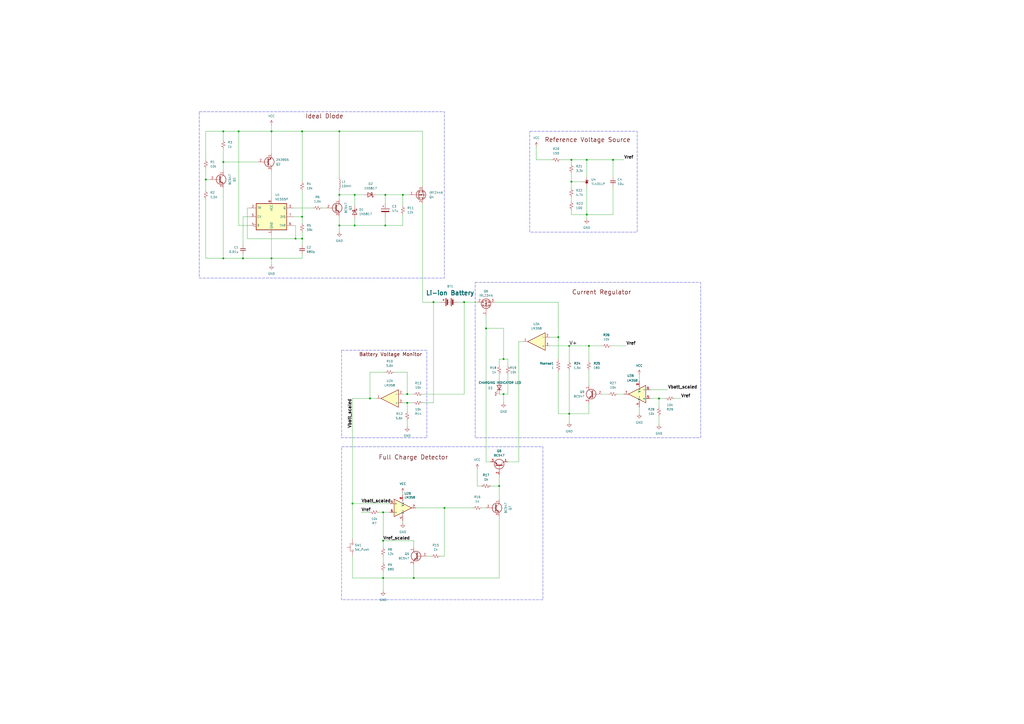
<source format=kicad_sch>
(kicad_sch (version 20250114) (generator "eeschema") (generator_version "9.0")
  (paper "A2")
  (lib_symbols
    (symbol "Amplifier_Operational:LM358" (pin_names (offset 0.127))
      (property "Reference" "U" (at 0 5.08 0))
      (property "Value" "LM358" (at 0 -5.08 0))
      (symbol "LM358_1_1"
        (polyline (pts (xy -5.08 5.08) (xy 5.08 0) (xy -5.08 -5.08) (xy -5.08 5.08)) (stroke (width 0.254)) (fill (type background)))
        (pin input line (at -7.62 2.54 0) (length 2.54) (name "+") (number "3"))
        (pin input line (at -7.62 -2.54 0) (length 2.54) (name "-") (number "2"))
        (pin output line (at 7.62 0 180) (length 2.54) (name "~") (number "1"))
      )
      (symbol "LM358_2_1"
        (polyline (pts (xy -5.08 5.08) (xy 5.08 0) (xy -5.08 -5.08) (xy -5.08 5.08)) (stroke (width 0.254)) (fill (type background)))
        (pin input line (at -7.62 2.54 0) (length 2.54) (name "+") (number "5"))
        (pin input line (at -7.62 -2.54 0) (length 2.54) (name "-") (number "6"))
        (pin output line (at 7.62 0 180) (length 2.54) (name "~") (number "7"))
      )
      (symbol "LM358_3_1"
        (pin power_in line (at -2.54 7.62 270) (length 3.81) (name "V+") (number "8"))
        (pin power_in line (at -2.54 -7.62 90) (length 3.81) (name "V-") (number "4"))
      )
    )
    (symbol "Device:Battery" (pin_numbers (hide yes)) (pin_names (offset 0) (hide yes))
      (property "Reference" "BT" (at 2.54 2.54 0))
      (property "Value" "Battery" (at 2.54 0 0))
      (symbol "Battery_0_1"
        (rectangle (start -2.286 1.778) (end 2.286 1.524) (fill (type outline)))
        (rectangle (start -2.286 -1.27) (end 2.286 -1.524) (fill (type outline)))
        (rectangle (start -1.524 1.016) (end 1.524 0.508) (fill (type outline)))
        (rectangle (start -1.524 -2.032) (end 1.524 -2.54) (fill (type outline)))
        (polyline (pts (xy 0 1.778) (xy 0 2.54)))
        (polyline (pts (xy 0 0) (xy 0 0.254)))
        (polyline (pts (xy 0 -0.508) (xy 0 -0.254)))
        (polyline (pts (xy 0 -1.016) (xy 0 -0.762)))
        (polyline (pts (xy 0.762 3.048) (xy 1.778 3.048)) (stroke (width 0.254)))
        (polyline (pts (xy 1.27 3.556) (xy 1.27 2.54)) (stroke (width 0.254)))
      )
      (symbol "Battery_1_1"
        (pin passive line (at 0 5.08 270) (length 2.54) (name "+") (number "1"))
        (pin passive line (at 0 -5.08 90) (length 2.54) (name "-") (number "2"))
      )
    )
    (symbol "Device:C_Polarized" (pin_numbers (hide yes)) (pin_names (offset 0.254))
      (property "Reference" "C" (at 0.635 2.54 0))
      (property "Value" "C_Polarized" (at 0.635 -2.54 0))
      (symbol "C_Polarized_0_1"
        (rectangle (start -2.286 0.508) (end 2.286 1.016))
        (polyline (pts (xy -1.778 2.286) (xy -0.762 2.286)))
        (polyline (pts (xy -1.27 2.794) (xy -1.27 1.778)))
        (rectangle (start 2.286 -0.508) (end -2.286 -1.016) (fill (type outline)))
      )
      (symbol "C_Polarized_1_1"
        (pin passive line (at 0 3.81 270) (length 2.794) (name "~") (number "1"))
        (pin passive line (at 0 -3.81 90) (length 2.794) (name "~") (number "2"))
      )
    )
    (symbol "Device:C_Small" (pin_numbers (hide yes)) (pin_names (offset 0.254) (hide yes))
      (property "Reference" "C" (at 0.254 1.778 0))
      (property "Value" "C_Small" (at 0.254 -2.032 0))
      (symbol "C_Small_0_1"
        (polyline (pts (xy -1.524 0.508) (xy 1.524 0.508)) (stroke (width 0.3048)))
        (polyline (pts (xy -1.524 -0.508) (xy 1.524 -0.508)) (stroke (width 0.3302)))
      )
      (symbol "C_Small_1_1"
        (pin passive line (at 0 2.54 270) (length 2.032) (name "~") (number "1"))
        (pin passive line (at 0 -2.54 90) (length 2.032) (name "~") (number "2"))
      )
    )
    (symbol "Device:L" (pin_numbers (hide yes)) (pin_names (offset 1.016) (hide yes))
      (property "Reference" "L" (at -1.27 0 90))
      (property "Value" "L" (at 1.905 0 90))
      (symbol "L_0_1"
        (arc (start 0 2.54) (mid 0.6323 1.905) (end 0 1.27))
        (arc (start 0 1.27) (mid 0.6323 0.635) (end 0 0))
        (arc (start 0 0) (mid 0.6323 -0.635) (end 0 -1.27))
        (arc (start 0 -1.27) (mid 0.6323 -1.905) (end 0 -2.54))
      )
      (symbol "L_1_1"
        (pin passive line (at 0 3.81 270) (length 1.27) (name "1") (number "1"))
        (pin passive line (at 0 -3.81 90) (length 1.27) (name "2") (number "2"))
      )
    )
    (symbol "Device:LED" (pin_numbers (hide yes)) (pin_names (offset 1.016) (hide yes))
      (property "Reference" "D" (at 0 2.54 0))
      (property "Value" "LED" (at 0 -2.54 0))
      (symbol "LED_0_1"
        (polyline (pts (xy -3.048 -0.762) (xy -4.572 -2.286) (xy -3.81 -2.286) (xy -4.572 -2.286) (xy -4.572 -1.524)))
        (polyline (pts (xy -1.778 -0.762) (xy -3.302 -2.286) (xy -2.54 -2.286) (xy -3.302 -2.286) (xy -3.302 -1.524)))
        (polyline (pts (xy -1.27 0) (xy 1.27 0)))
        (polyline (pts (xy -1.27 -1.27) (xy -1.27 1.27)) (stroke (width 0.254)))
        (polyline (pts (xy 1.27 -1.27) (xy 1.27 1.27) (xy -1.27 0) (xy 1.27 -1.27)) (stroke (width 0.254)))
      )
      (symbol "LED_1_1"
        (pin passive line (at -3.81 0 0) (length 2.54) (name "K") (number "1"))
        (pin passive line (at 3.81 0 180) (length 2.54) (name "A") (number "2"))
      )
    )
    (symbol "Device:R_Small_US" (pin_numbers (hide yes)) (pin_names (offset 0.254) (hide yes))
      (property "Reference" "R" (at 0.762 0.508 0))
      (property "Value" "R_Small_US" (at 0.762 -1.016 0))
      (symbol "R_Small_US_1_1"
        (polyline (pts (xy 0 1.524) (xy 1.016 1.143) (xy 0 0.762) (xy -1.016 0.381) (xy 0 0)))
        (polyline (pts (xy 0 0) (xy 1.016 -0.381) (xy 0 -0.762) (xy -1.016 -1.143) (xy 0 -1.524)))
        (pin passive line (at 0 2.54 270) (length 1.016) (name "~") (number "1"))
        (pin passive line (at 0 -2.54 90) (length 1.016) (name "~") (number "2"))
      )
    )
    (symbol "Device:R_US" (pin_numbers (hide yes)) (pin_names (offset 0))
      (property "Reference" "R" (at 2.54 0 90))
      (property "Value" "R_US" (at -2.54 0 90))
      (symbol "R_US_0_1"
        (polyline (pts (xy 0 2.286) (xy 0 2.54)))
        (polyline (pts (xy 0 2.286) (xy 1.016 1.905) (xy 0 1.524) (xy -1.016 1.143) (xy 0 0.762)))
        (polyline (pts (xy 0 0.762) (xy 1.016 0.381) (xy 0 0) (xy -1.016 -0.381) (xy 0 -0.762)))
        (polyline (pts (xy 0 -0.762) (xy 1.016 -1.143) (xy 0 -1.524) (xy -1.016 -1.905) (xy 0 -2.286)))
        (polyline (pts (xy 0 -2.286) (xy 0 -2.54)))
      )
      (symbol "R_US_1_1"
        (pin passive line (at 0 3.81 270) (length 1.27) (name "~") (number "1"))
        (pin passive line (at 0 -3.81 90) (length 1.27) (name "~") (number "2"))
      )
    )
    (symbol "Diode:1N5817" (pin_numbers (hide yes)) (pin_names (offset 1.016) (hide yes))
      (property "Reference" "D" (at 0 2.54 0))
      (property "Value" "1N5817" (at 0 -2.54 0))
      (symbol "1N5817_0_1"
        (polyline (pts (xy -1.905 0.635) (xy -1.905 1.27) (xy -1.27 1.27) (xy -1.27 -1.27) (xy -0.635 -1.27) (xy -0.635 -0.635)) (stroke (width 0.254)))
        (polyline (pts (xy 1.27 1.27) (xy 1.27 -1.27) (xy -1.27 0) (xy 1.27 1.27)) (stroke (width 0.254)))
        (polyline (pts (xy 1.27 0) (xy -1.27 0)))
      )
      (symbol "1N5817_1_1"
        (pin passive line (at -3.81 0 0) (length 2.54) (name "K") (number "1"))
        (pin passive line (at 3.81 0 180) (length 2.54) (name "A") (number "2"))
      )
    )
    (symbol "Reference_Voltage:TL431LP" (pin_numbers (hide yes)) (pin_names (hide yes))
      (property "Reference" "U" (at -2.54 2.54 0))
      (property "Value" "TL431LP" (at 0 -2.54 0))
      (symbol "TL431LP_0_1"
        (polyline (pts (xy -1.27 0) (xy 0 0) (xy 1.27 0)))
        (polyline (pts (xy -0.762 -0.762) (xy -0.762 0.762) (xy 0.762 0) (xy -0.762 -0.762)) (fill (type outline)))
        (polyline (pts (xy 0.254 -0.762) (xy 0.762 -0.762) (xy 0.762 0.762) (xy 0.762 0.762)) (stroke (width 0.254)))
      )
      (symbol "TL431LP_1_1"
        (pin passive line (at -2.54 0 0) (length 2.54) (name "A") (number "2"))
        (pin passive line (at 0 2.54 270) (length 2.54) (name "REF") (number "1"))
        (pin passive line (at 2.54 0 180) (length 2.54) (name "K") (number "3"))
      )
    )
    (symbol "Switch:SW_Push" (pin_numbers (hide yes)) (pin_names (offset 1.016) (hide yes))
      (property "Reference" "SW" (at 1.27 2.54 0))
      (property "Value" "SW_Push" (at 0 -1.524 0))
      (symbol "SW_Push_0_1"
        (circle (center -2.032 0) (radius 0.508))
        (polyline (pts (xy 0 1.27) (xy 0 3.048)))
        (circle (center 2.032 0) (radius 0.508))
        (polyline (pts (xy 2.54 1.27) (xy -2.54 1.27)))
        (pin passive line (at -5.08 0 0) (length 2.54) (name "1") (number "1"))
        (pin passive line (at 5.08 0 180) (length 2.54) (name "2") (number "2"))
      )
    )
    (symbol "Timer:NE555P"
      (property "Reference" "U" (at -10.16 8.89 0))
      (property "Value" "NE555P" (at 2.54 8.89 0))
      (symbol "NE555P_0_0"
        (pin power_in line (at 0 10.16 270) (length 2.54) (name "VCC") (number "8"))
        (pin power_in line (at 0 -10.16 90) (length 2.54) (name "GND") (number "1"))
      )
      (symbol "NE555P_0_1"
        (rectangle (start -8.89 -7.62) (end 8.89 7.62) (stroke (width 0.254)) (fill (type background)))
        (rectangle (start -8.89 -7.62) (end 8.89 7.62) (stroke (width 0.254)) (fill (type background)))
      )
      (symbol "NE555P_1_1"
        (pin input line (at -12.7 5.08 0) (length 3.81) (name "TR") (number "2"))
        (pin input line (at -12.7 0 0) (length 3.81) (name "CV") (number "5"))
        (pin input inverted (at -12.7 -5.08 0) (length 3.81) (name "R") (number "4"))
        (pin output line (at 12.7 5.08 180) (length 3.81) (name "Q") (number "3"))
        (pin input line (at 12.7 0 180) (length 3.81) (name "DIS") (number "7"))
        (pin input line (at 12.7 -5.08 180) (length 3.81) (name "THR") (number "6"))
      )
    )
    (symbol "Transistor_BJT:2N3905" (pin_names (offset 0) (hide yes))
      (property "Reference" "Q" (at 5.08 1.905 0))
      (property "Value" "2N3905" (at 5.08 0 0))
      (symbol "2N3905_0_1"
        (polyline (pts (xy -2.54 0) (xy 0.635 0)))
        (polyline (pts (xy 0.635 1.905) (xy 0.635 -1.905)) (stroke (width 0.508)))
        (polyline (pts (xy 0.635 0.635) (xy 2.54 2.54)))
        (polyline (pts (xy 0.635 -0.635) (xy 2.54 -2.54)))
        (circle (center 1.27 0) (radius 2.8194) (stroke (width 0.254)))
        (polyline (pts (xy 2.286 -1.778) (xy 1.778 -2.286) (xy 1.27 -1.27) (xy 2.286 -1.778)) (fill (type outline)))
      )
      (symbol "2N3905_1_1"
        (pin input line (at -5.08 0 0) (length 2.54) (name "B") (number "2"))
        (pin passive line (at 2.54 5.08 270) (length 2.54) (name "C") (number "3"))
        (pin passive line (at 2.54 -5.08 90) (length 2.54) (name "E") (number "1"))
      )
    )
    (symbol "Transistor_BJT:BC547" (pin_names (offset 0) (hide yes))
      (property "Reference" "Q" (at 5.08 1.905 0))
      (property "Value" "BC547" (at 5.08 0 0))
      (symbol "BC547_0_1"
        (polyline (pts (xy -2.54 0) (xy 0.635 0)))
        (polyline (pts (xy 0.635 1.905) (xy 0.635 -1.905)) (stroke (width 0.508)))
        (circle (center 1.27 0) (radius 2.8194) (stroke (width 0.254)))
      )
      (symbol "BC547_1_1"
        (polyline (pts (xy 0.635 0.635) (xy 2.54 2.54)))
        (polyline (pts (xy 0.635 -0.635) (xy 2.54 -2.54)))
        (polyline (pts (xy 1.27 -1.778) (xy 1.778 -1.27) (xy 2.286 -2.286) (xy 1.27 -1.778)) (fill (type outline)))
        (pin input line (at -5.08 0 0) (length 2.54) (name "B") (number "2"))
        (pin passive line (at 2.54 5.08 270) (length 2.54) (name "C") (number "1"))
        (pin passive line (at 2.54 -5.08 90) (length 2.54) (name "E") (number "3"))
      )
    )
    (symbol "Transistor_FET:IRF540N" (pin_names (hide yes))
      (property "Reference" "Q" (at 5.08 1.905 0))
      (property "Value" "IRF540N" (at 5.08 0 0))
      (symbol "IRF540N_0_1"
        (polyline (pts (xy 0.254 1.905) (xy 0.254 -1.905)) (stroke (width 0.254)))
        (polyline (pts (xy 0.254 0) (xy -2.54 0)))
        (polyline (pts (xy 0.762 2.286) (xy 0.762 1.27)) (stroke (width 0.254)))
        (polyline (pts (xy 0.762 0.508) (xy 0.762 -0.508)) (stroke (width 0.254)))
        (polyline (pts (xy 0.762 -1.27) (xy 0.762 -2.286)) (stroke (width 0.254)))
        (polyline (pts (xy 0.762 -1.778) (xy 3.302 -1.778) (xy 3.302 1.778) (xy 0.762 1.778)))
        (polyline (pts (xy 1.016 0) (xy 2.032 0.381) (xy 2.032 -0.381) (xy 1.016 0)) (fill (type outline)))
        (circle (center 1.651 0) (radius 2.794) (stroke (width 0.254)))
        (polyline (pts (xy 2.54 2.54) (xy 2.54 1.778)))
        (circle (center 2.54 1.778) (radius 0.254) (fill (type outline)))
        (circle (center 2.54 -1.778) (radius 0.254) (fill (type outline)))
        (polyline (pts (xy 2.54 -2.54) (xy 2.54 0) (xy 0.762 0)))
        (polyline (pts (xy 2.794 0.508) (xy 2.921 0.381) (xy 3.683 0.381) (xy 3.81 0.254)))
        (polyline (pts (xy 3.302 0.381) (xy 2.921 -0.254) (xy 3.683 -0.254) (xy 3.302 0.381)))
      )
      (symbol "IRF540N_1_1"
        (pin input line (at -5.08 0 0) (length 2.54) (name "G") (number "1"))
        (pin passive line (at 2.54 5.08 270) (length 2.54) (name "D") (number "2"))
        (pin passive line (at 2.54 -5.08 90) (length 2.54) (name "S") (number "3"))
      )
    )
    (symbol "Transistor_FET:IRLZ34N" (pin_names (hide yes))
      (property "Reference" "Q" (at 5.08 1.905 0))
      (property "Value" "IRLZ34N" (at 5.08 0 0))
      (symbol "IRLZ34N_0_1"
        (polyline (pts (xy 0.254 1.905) (xy 0.254 -1.905)) (stroke (width 0.254)))
        (polyline (pts (xy 0.254 0) (xy -2.54 0)))
        (polyline (pts (xy 0.762 2.286) (xy 0.762 1.27)) (stroke (width 0.254)))
        (polyline (pts (xy 0.762 0.508) (xy 0.762 -0.508)) (stroke (width 0.254)))
        (polyline (pts (xy 0.762 -1.27) (xy 0.762 -2.286)) (stroke (width 0.254)))
        (polyline (pts (xy 0.762 -1.778) (xy 3.302 -1.778) (xy 3.302 1.778) (xy 0.762 1.778)))
        (polyline (pts (xy 1.016 0) (xy 2.032 0.381) (xy 2.032 -0.381) (xy 1.016 0)) (fill (type outline)))
        (circle (center 1.651 0) (radius 2.794) (stroke (width 0.254)))
        (polyline (pts (xy 2.54 2.54) (xy 2.54 1.778)))
        (circle (center 2.54 1.778) (radius 0.254) (fill (type outline)))
        (circle (center 2.54 -1.778) (radius 0.254) (fill (type outline)))
        (polyline (pts (xy 2.54 -2.54) (xy 2.54 0) (xy 0.762 0)))
        (polyline (pts (xy 2.794 0.508) (xy 2.921 0.381) (xy 3.683 0.381) (xy 3.81 0.254)))
        (polyline (pts (xy 3.302 0.381) (xy 2.921 -0.254) (xy 3.683 -0.254) (xy 3.302 0.381)))
      )
      (symbol "IRLZ34N_1_1"
        (pin input line (at -5.08 0 0) (length 2.54) (name "G") (number "1"))
        (pin passive line (at 2.54 5.08 270) (length 2.54) (name "D") (number "2"))
        (pin passive line (at 2.54 -5.08 90) (length 2.54) (name "S") (number "3"))
      )
    )
    (symbol "power:GND" (power) (pin_numbers (hide yes)) (pin_names (offset 0) (hide yes))
      (property "Value" "GND" (at 0 -3.81 0))
      (symbol "GND_0_1"
        (polyline (pts (xy 0 0) (xy 0 -1.27) (xy 1.27 -1.27) (xy 0 -2.54) (xy -1.27 -1.27) (xy 0 -1.27)))
      )
      (symbol "GND_1_1"
        (pin power_in line (at 0 0 270) (length 0) (name "~") (number "1"))
      )
    )
    (symbol "power:VCC" (power) (pin_numbers (hide yes)) (pin_names (offset 0) (hide yes))
      (property "Value" "VCC" (at 0 3.556 0))
      (symbol "VCC_0_1"
        (polyline (pts (xy -0.762 1.27) (xy 0 2.54)))
        (polyline (pts (xy 0 2.54) (xy 0.762 1.27)))
        (polyline (pts (xy 0 0) (xy 0 2.54)))
      )
      (symbol "VCC_1_1"
        (pin power_in line (at 0 0 90) (length 0) (name "~") (number "1"))
      )
    )
  )
  (rectangle (start 198.12 259.08) (end 314.96 347.98) (stroke (width 0) (type dash)))
  (rectangle (start 115.57 64.77) (end 257.81 161.29) (stroke (width 0) (type dash)))
  (rectangle (start 307.34 76.2) (end 369.57 134.62) (stroke (width 0) (type dash)))
  (rectangle (start 198.12 203.2) (end 247.65 254) (stroke (width 0) (type dash)))
  (rectangle (start 275.59 163.83) (end 406.4 254) (stroke (width 0) (type dash)))
  (text "Ideal Diode" (at 188.214 67.564 0) (effects (font (size 2.54 2.54) (thickness 0.254) (bold yes))))
  (text "Reference Voltage Source" (at 340.868 81.28 0) (effects (font (size 2.54 2.54) (thickness 0.254) (bold yes))))
  (text "Battery Voltage Monitor" (at 226.568 205.74 0) (effects (font (size 2.032 2.032) (thickness 0.254) (bold yes))))
  (text "Full Charge Detector" (at 239.776 265.43 0) (effects (font (size 2.54 2.54) (thickness 0.254) (bold yes))))
  (text "Current Regulator" (at 348.996 169.672 0) (effects (font (size 2.54 2.54) (thickness 0.254) (bold yes))))
  (junction (at 233.68 113.03))
  (junction (at 382.27 231.14))
  (junction (at 138.43 76.2))
  (junction (at 340.36 124.46))
  (junction (at 171.45 138.43))
  (junction (at 157.48 76.2))
  (junction (at 129.54 149.86))
  (junction (at 205.74 130.81))
  (junction (at 157.48 149.86))
  (junction (at 175.26 138.43))
  (junction (at 204.47 292.1))
  (junction (at 331.47 92.71))
  (junction (at 289.56 281.94))
  (junction (at 269.24 175.26))
  (junction (at 196.85 130.81))
  (junction (at 240.03 335.28))
  (junction (at 196.85 76.2))
  (junction (at 330.2 240.03))
  (junction (at 222.25 313.69))
  (junction (at 257.81 294.64))
  (junction (at 223.52 130.81))
  (junction (at 222.25 335.28))
  (junction (at 292.1 228.6))
  (junction (at 341.63 200.66))
  (junction (at 175.26 125.73))
  (junction (at 236.22 228.6))
  (junction (at 251.46 175.26))
  (junction (at 214.63 231.14))
  (junction (at 223.52 113.03))
  (junction (at 340.36 92.71))
  (junction (at 222.25 297.18))
  (junction (at 281.94 190.5))
  (junction (at 205.74 113.03))
  (junction (at 129.54 93.98))
  (junction (at 236.22 233.68))
  (junction (at 140.97 149.86))
  (junction (at 292.1 208.28))
  (junction (at 196.85 113.03))
  (junction (at 129.54 76.2))
  (junction (at 323.85 195.58))
  (junction (at 331.47 105.41))
  (junction (at 330.2 200.66))
  (junction (at 175.26 76.2))
  (junction (at 355.6 92.71))
  (junction (at 119.38 104.14))
  (wire (pts (xy 341.63 214.63) (xy 341.63 223.52)))
  (wire (pts (xy 292.1 228.6) (xy 294.64 228.6)))
  (wire (pts (xy 289.56 281.94) (xy 289.56 289.56)))
  (wire (pts (xy 265.43 175.26) (xy 269.24 175.26)))
  (wire (pts (xy 222.25 297.18) (xy 219.71 297.18)))
  (wire (pts (xy 323.85 195.58) (xy 323.85 208.28)))
  (wire (pts (xy 245.11 107.95) (xy 245.11 76.2)))
  (wire (pts (xy 240.03 335.28) (xy 222.25 335.28)))
  (wire (pts (xy 331.47 105.41) (xy 337.82 105.41)))
  (wire (pts (xy 222.25 313.69) (xy 222.25 297.18)))
  (wire (pts (xy 240.03 317.5) (xy 240.03 313.69)))
  (wire (pts (xy 292.1 208.28) (xy 294.64 208.28)))
  (wire (pts (xy 186.69 120.65) (xy 189.23 120.65)))
  (wire (pts (xy 157.48 76.2) (xy 175.26 76.2)))
  (wire (pts (xy 340.36 124.46) (xy 355.6 124.46)))
  (wire (pts (xy 330.2 240.03) (xy 330.2 245.11)))
  (wire (pts (xy 281.94 190.5) (xy 292.1 190.5)))
  (wire (pts (xy 251.46 233.68) (xy 245.11 233.68)))
  (wire (pts (xy 331.47 105.41) (xy 331.47 109.22)))
  (wire (pts (xy 377.19 226.06) (xy 387.35 226.06)))
  (wire (pts (xy 175.26 76.2) (xy 196.85 76.2)))
  (wire (pts (xy 205.74 113.03) (xy 205.74 119.38)))
  (wire (pts (xy 341.63 200.66) (xy 341.63 209.55)))
  (wire (pts (xy 370.84 217.17) (xy 370.84 220.98)))
  (wire (pts (xy 340.36 107.95) (xy 340.36 124.46)))
  (wire (pts (xy 222.25 342.9) (xy 222.25 335.28)))
  (wire (pts (xy 281.94 267.97) (xy 284.48 267.97)))
  (wire (pts (xy 233.68 124.46) (xy 233.68 130.81)))
  (wire (pts (xy 175.26 105.41) (xy 175.26 76.2)))
  (wire (pts (xy 236.22 228.6) (xy 240.03 228.6)))
  (wire (pts (xy 245.11 76.2) (xy 196.85 76.2)))
  (wire (pts (xy 300.99 267.97) (xy 294.64 267.97)))
  (wire (pts (xy 257.81 294.64) (xy 257.81 322.58)))
  (wire (pts (xy 358.14 228.6) (xy 361.95 228.6)))
  (wire (pts (xy 340.36 92.71) (xy 340.36 102.87)))
  (wire (pts (xy 129.54 149.86) (xy 140.97 149.86)))
  (wire (pts (xy 129.54 93.98) (xy 129.54 99.06)))
  (wire (pts (xy 330.2 200.66) (xy 330.2 209.55)))
  (wire (pts (xy 175.26 125.73) (xy 170.18 125.73)))
  (wire (pts (xy 170.18 120.65) (xy 181.61 120.65)))
  (wire (pts (xy 205.74 113.03) (xy 210.82 113.03)))
  (wire (pts (xy 171.45 138.43) (xy 175.26 138.43)))
  (wire (pts (xy 233.68 302.26) (xy 233.68 303.53)))
  (wire (pts (xy 157.48 149.86) (xy 157.48 153.67)))
  (wire (pts (xy 240.03 313.69) (xy 222.25 313.69)))
  (wire (pts (xy 214.63 231.14) (xy 214.63 215.9)))
  (wire (pts (xy 204.47 322.58) (xy 204.47 335.28)))
  (wire (pts (xy 205.74 130.81) (xy 196.85 130.81)))
  (wire (pts (xy 245.11 175.26) (xy 251.46 175.26)))
  (wire (pts (xy 222.25 297.18) (xy 226.06 297.18)))
  (wire (pts (xy 175.26 147.32) (xy 175.26 149.86)))
  (wire (pts (xy 323.85 175.26) (xy 323.85 195.58)))
  (wire (pts (xy 289.56 212.09) (xy 289.56 208.28)))
  (wire (pts (xy 382.27 231.14) (xy 377.19 231.14)))
  (wire (pts (xy 223.52 113.03) (xy 223.52 118.11)))
  (wire (pts (xy 171.45 130.81) (xy 170.18 130.81)))
  (wire (pts (xy 214.63 215.9) (xy 223.52 215.9)))
  (wire (pts (xy 129.54 93.98) (xy 129.54 86.36)))
  (wire (pts (xy 382.27 236.22) (xy 382.27 231.14)))
  (wire (pts (xy 311.15 92.71) (xy 320.04 92.71)))
  (wire (pts (xy 255.27 322.58) (xy 257.81 322.58)))
  (wire (pts (xy 289.56 208.28) (xy 292.1 208.28)))
  (wire (pts (xy 257.81 294.64) (xy 274.32 294.64)))
  (wire (pts (xy 205.74 127) (xy 205.74 130.81)))
  (wire (pts (xy 129.54 81.28) (xy 129.54 76.2)))
  (wire (pts (xy 204.47 292.1) (xy 204.47 312.42)))
  (wire (pts (xy 331.47 92.71) (xy 340.36 92.71)))
  (wire (pts (xy 289.56 281.94) (xy 284.48 281.94)))
  (wire (pts (xy 240.03 233.68) (xy 236.22 233.68)))
  (wire (pts (xy 281.94 182.88) (xy 281.94 190.5)))
  (wire (pts (xy 251.46 175.26) (xy 251.46 233.68)))
  (wire (pts (xy 300.99 198.12) (xy 303.53 198.12)))
  (wire (pts (xy 294.64 208.28) (xy 294.64 212.09)))
  (wire (pts (xy 223.52 125.73) (xy 223.52 130.81)))
  (wire (pts (xy 331.47 124.46) (xy 340.36 124.46)))
  (wire (pts (xy 175.26 110.49) (xy 175.26 125.73)))
  (wire (pts (xy 241.3 294.64) (xy 257.81 294.64)))
  (wire (pts (xy 236.22 233.68) (xy 233.68 233.68)))
  (wire (pts (xy 331.47 92.71) (xy 331.47 95.25)))
  (wire (pts (xy 119.38 115.57) (xy 119.38 149.86)))
  (wire (pts (xy 223.52 130.81) (xy 205.74 130.81)))
  (wire (pts (xy 119.38 104.14) (xy 119.38 110.49)))
  (wire (pts (xy 251.46 175.26) (xy 255.27 175.26)))
  (wire (pts (xy 292.1 208.28) (xy 292.1 190.5)))
  (wire (pts (xy 143.51 120.65) (xy 143.51 138.43)))
  (wire (pts (xy 171.45 138.43) (xy 171.45 130.81)))
  (wire (pts (xy 318.77 200.66) (xy 330.2 200.66)))
  (wire (pts (xy 289.56 275.59) (xy 289.56 281.94)))
  (wire (pts (xy 175.26 138.43) (xy 175.26 142.24)))
  (wire (pts (xy 157.48 76.2) (xy 157.48 88.9)))
  (wire (pts (xy 355.6 107.95) (xy 355.6 124.46)))
  (wire (pts (xy 370.84 236.22) (xy 370.84 240.03)))
  (wire (pts (xy 233.68 130.81) (xy 223.52 130.81)))
  (wire (pts (xy 341.63 233.68) (xy 341.63 240.03)))
  (wire (pts (xy 292.1 228.6) (xy 292.1 233.68)))
  (wire (pts (xy 119.38 97.79) (xy 119.38 104.14)))
  (wire (pts (xy 222.25 317.5) (xy 222.25 313.69)))
  (wire (pts (xy 138.43 130.81) (xy 138.43 76.2)))
  (wire (pts (xy 281.94 190.5) (xy 281.94 267.97)))
  (wire (pts (xy 340.36 92.71) (xy 355.6 92.71)))
  (wire (pts (xy 331.47 121.92) (xy 331.47 124.46)))
  (wire (pts (xy 240.03 327.66) (xy 240.03 335.28)))
  (wire (pts (xy 119.38 92.71) (xy 119.38 76.2)))
  (wire (pts (xy 233.68 113.03) (xy 233.68 119.38)))
  (wire (pts (xy 175.26 125.73) (xy 175.26 129.54)))
  (wire (pts (xy 196.85 76.2) (xy 196.85 102.87)))
  (wire (pts (xy 391.16 231.14) (xy 394.97 231.14)))
  (wire (pts (xy 223.52 113.03) (xy 233.68 113.03)))
  (wire (pts (xy 228.6 215.9) (xy 236.22 215.9)))
  (wire (pts (xy 233.68 285.75) (xy 233.68 287.02)))
  (wire (pts (xy 289.56 220.98) (xy 289.56 217.17)))
  (wire (pts (xy 355.6 92.71) (xy 361.95 92.71)))
  (wire (pts (xy 269.24 175.26) (xy 276.86 175.26)))
  (wire (pts (xy 138.43 130.81) (xy 144.78 130.81)))
  (wire (pts (xy 354.33 200.66) (xy 363.22 200.66)))
  (wire (pts (xy 289.56 299.72) (xy 289.56 335.28)))
  (wire (pts (xy 129.54 76.2) (xy 138.43 76.2)))
  (wire (pts (xy 331.47 100.33) (xy 331.47 105.41)))
  (wire (pts (xy 330.2 214.63) (xy 330.2 240.03)))
  (wire (pts (xy 341.63 200.66) (xy 349.25 200.66)))
  (wire (pts (xy 140.97 125.73) (xy 144.78 125.73)))
  (wire (pts (xy 287.02 175.26) (xy 323.85 175.26)))
  (wire (pts (xy 204.47 335.28) (xy 222.25 335.28)))
  (wire (pts (xy 129.54 109.22) (xy 129.54 149.86)))
  (wire (pts (xy 209.55 297.18) (xy 214.63 297.18)))
  (wire (pts (xy 247.65 322.58) (xy 250.19 322.58)))
  (wire (pts (xy 157.48 72.39) (xy 157.48 76.2)))
  (wire (pts (xy 218.44 113.03) (xy 223.52 113.03)))
  (wire (pts (xy 236.22 233.68) (xy 236.22 238.76)))
  (wire (pts (xy 236.22 215.9) (xy 236.22 228.6)))
  (wire (pts (xy 157.48 149.86) (xy 175.26 149.86)))
  (wire (pts (xy 289.56 228.6) (xy 292.1 228.6)))
  (wire (pts (xy 276.86 271.78) (xy 276.86 281.94)))
  (wire (pts (xy 143.51 138.43) (xy 171.45 138.43)))
  (wire (pts (xy 175.26 134.62) (xy 175.26 138.43)))
  (wire (pts (xy 196.85 110.49) (xy 196.85 113.03)))
  (wire (pts (xy 331.47 114.3) (xy 331.47 116.84)))
  (wire (pts (xy 140.97 125.73) (xy 140.97 142.24)))
  (wire (pts (xy 196.85 125.73) (xy 196.85 130.81)))
  (wire (pts (xy 157.48 99.06) (xy 157.48 115.57)))
  (wire (pts (xy 382.27 241.3) (xy 382.27 246.38)))
  (wire (pts (xy 138.43 76.2) (xy 157.48 76.2)))
  (wire (pts (xy 330.2 240.03) (xy 341.63 240.03)))
  (wire (pts (xy 196.85 113.03) (xy 196.85 115.57)))
  (wire (pts (xy 196.85 113.03) (xy 205.74 113.03)))
  (wire (pts (xy 140.97 149.86) (xy 157.48 149.86)))
  (wire (pts (xy 157.48 135.89) (xy 157.48 149.86)))
  (wire (pts (xy 340.36 124.46) (xy 340.36 127)))
  (wire (pts (xy 236.22 228.6) (xy 233.68 228.6)))
  (wire (pts (xy 245.11 118.11) (xy 245.11 175.26)))
  (wire (pts (xy 294.64 217.17) (xy 294.64 228.6)))
  (wire (pts (xy 330.2 200.66) (xy 341.63 200.66)))
  (wire (pts (xy 300.99 267.97) (xy 300.99 198.12)))
  (wire (pts (xy 276.86 281.94) (xy 279.4 281.94)))
  (wire (pts (xy 279.4 294.64) (xy 281.94 294.64)))
  (wire (pts (xy 355.6 92.71) (xy 355.6 102.87)))
  (wire (pts (xy 236.22 247.65) (xy 236.22 243.84)))
  (wire (pts (xy 318.77 195.58) (xy 323.85 195.58)))
  (wire (pts (xy 311.15 85.09) (xy 311.15 92.71)))
  (wire (pts (xy 218.44 231.14) (xy 214.63 231.14)))
  (wire (pts (xy 144.78 120.65) (xy 143.51 120.65)))
  (wire (pts (xy 233.68 113.03) (xy 237.49 113.03)))
  (wire (pts (xy 269.24 228.6) (xy 269.24 175.26)))
  (wire (pts (xy 204.47 292.1) (xy 204.47 231.14)))
  (wire (pts (xy 349.25 228.6) (xy 353.06 228.6)))
  (wire (pts (xy 222.25 335.28) (xy 222.25 331.47)))
  (wire (pts (xy 119.38 76.2) (xy 129.54 76.2)))
  (wire (pts (xy 119.38 149.86) (xy 129.54 149.86)))
  (wire (pts (xy 245.11 228.6) (xy 269.24 228.6)))
  (wire (pts (xy 323.85 215.9) (xy 323.85 240.03)))
  (wire (pts (xy 323.85 240.03) (xy 330.2 240.03)))
  (wire (pts (xy 289.56 335.28) (xy 240.03 335.28)))
  (wire (pts (xy 222.25 326.39) (xy 222.25 322.58)))
  (wire (pts (xy 325.12 92.71) (xy 331.47 92.71)))
  (wire (pts (xy 129.54 93.98) (xy 149.86 93.98)))
  (wire (pts (xy 226.06 292.1) (xy 204.47 292.1)))
  (wire (pts (xy 382.27 231.14) (xy 386.08 231.14)))
  (wire (pts (xy 204.47 231.14) (xy 214.63 231.14)))
  (wire (pts (xy 140.97 147.32) (xy 140.97 149.86)))
  (wire (pts (xy 121.92 104.14) (xy 119.38 104.14)))
  (wire (pts (xy 196.85 130.81) (xy 196.85 134.62)))
  (label "Vbatt_scaled" (at 387.35 226.06 0) (effects (font (size 1.778 1.778) (thickness 0.3556) (bold yes))))
  (label "Vref" (at 394.97 231.14 0) (effects (font (size 1.778 1.778) (thickness 0.3556) (bold yes))))
  (label "Vref" (at 363.22 200.66 0) (effects (font (size 1.778 1.778) (thickness 0.3556) (bold yes))))
  (label "V+" (at 330.2 200.66 0) (effects (font (size 2.032 2.032) (thickness 0.254) (bold yes))))
  (label "Vref" (at 361.95 92.71 0) (effects (font (size 1.778 1.778) (thickness 0.3556) (bold yes))))
  (label "Vbatt_scaled" (at 209.55 292.1 0) (effects (font (size 1.778 1.778) (thickness 0.3556) (bold yes))))
  (label "Vbatt_scaled" (at 204.47 231.14 270) (effects (font (size 1.778 1.778) (thickness 0.3556) (bold yes))))
  (label "Vref" (at 209.55 297.18 0) (effects (font (size 1.778 1.778) (thickness 0.3556) (bold yes))))
  (label "Vref_scaled" (at 222.25 313.69 0) (effects (font (size 1.778 1.778) (thickness 0.3556) (bold yes))))
  (symbol (lib_id "Device:R_Small_US") (at 222.25 328.93 180) (unit 1)
    (property "Reference" "R9" (at 224.79 327.6599 0) (effects (justify right)))
    (property "Value" "680" (at 224.79 330.1999 0) (effects (justify right)))
    (property "Description" "Resistor, small US symbol" (effects (hide yes)))
  )
  (symbol (lib_id "power:GND") (at 196.85 134.62 0) (unit 1)
    (property "Reference" "#PWR03" (effects (hide yes)))
    (property "Value" "GND" (at 196.85 139.7 0))
    (property "Description" "Power symbol creates a global label with name \"GND\" , ground" (effects (hide yes)))
  )
  (symbol (lib_id "power:GND") (at 236.22 247.65 0) (unit 1)
    (property "Reference" "#PWR07" (effects (hide yes)))
    (property "Value" "GND" (at 236.22 252.73 0))
    (property "Description" "Power symbol creates a global label with name \"GND\" , ground" (effects (hide yes)))
  )
  (symbol (lib_id "Transistor_FET:IRF540N") (at 242.57 113.03 0) (mirror x) (unit 1)
    (property "Reference" "Q4" (at 248.92 114.3001 0) (effects (justify left)))
    (property "Value" "IRFZ44N" (at 248.92 111.7601 0) (effects (justify left)))
    (property "Footprint" "Package_TO_SOT_THT:TO-220-3_Vertical" (effects (hide yes)))
    (property "Datasheet" "http://www.irf.com/product-info/datasheets/data/irf540n.pdf" (effects (hide yes)))
    (property "Description" "33A Id, 100V Vds, HEXFET N-Channel MOSFET, TO-220" (effects (hide yes)))
  )
  (symbol (lib_id "power:GND") (at 222.25 342.9 0) (unit 1)
    (property "Reference" "#PWR04" (effects (hide yes)))
    (property "Value" "GND" (at 222.25 347.98 0))
    (property "Description" "Power symbol creates a global label with name \"GND\" , ground" (effects (hide yes)))
  )
  (symbol (lib_id "Device:R_Small_US") (at 175.26 132.08 0) (unit 1)
    (property "Reference" "R5" (at 177.8 130.8099 0) (effects (justify left)))
    (property "Value" "39k" (at 177.8 133.3499 0) (effects (justify left)))
    (property "Description" "Resistor, small US symbol" (effects (hide yes)))
  )
  (symbol (lib_id "Transistor_BJT:BC547") (at 287.02 294.64 0) (unit 1)
    (property "Reference" "Q7" (at 295.91 294.64 90))
    (property "Value" "BC547" (at 293.37 294.64 90))
    (property "Footprint" "Package_TO_SOT_THT:TO-92_Inline" (effects (hide yes)))
    (property "Datasheet" "https://www.onsemi.com/pub/Collateral/BC550-D.pdf" (effects (hide yes)))
    (property "Description" "0.1A Ic, 45V Vce, Small Signal NPN Transistor, TO-92" (effects (hide yes)))
  )
  (symbol (lib_id "Device:R_Small_US") (at 226.06 215.9 90) (unit 1)
    (property "Reference" "R10" (at 226.06 209.55 90))
    (property "Value" "5.6k" (at 226.06 212.09 90))
    (property "Description" "Resistor, small US symbol" (effects (hide yes)))
  )
  (symbol (lib_id "Transistor_BJT:BC547") (at 242.57 322.58 0) (mirror y) (unit 1)
    (property "Reference" "Q5" (at 237.49 321.3099 0) (effects (justify left)))
    (property "Value" "BC547" (at 237.49 323.8499 0) (effects (justify left)))
    (property "Footprint" "Package_TO_SOT_THT:TO-92_Inline" (effects (hide yes)))
    (property "Datasheet" "https://www.onsemi.com/pub/Collateral/BC550-D.pdf" (effects (hide yes)))
    (property "Description" "0.1A Ic, 45V Vce, Small Signal NPN Transistor, TO-92" (effects (hide yes)))
  )
  (symbol (lib_id "Device:R_Small_US") (at 331.47 111.76 180) (unit 1)
    (property "Reference" "R22" (at 334.01 110.4899 0) (effects (justify right)))
    (property "Value" "4.7k" (at 334.01 113.0299 0) (effects (justify right)))
    (property "Description" "Resistor, small US symbol" (effects (hide yes)))
  )
  (symbol (lib_id "Device:C_Small") (at 355.6 105.41 0) (unit 1)
    (property "Reference" "C4" (at 358.14 104.1462 0) (effects (justify left)))
    (property "Value" "10u" (at 358.14 106.6862 0) (effects (justify left)))
    (property "Description" "Unpolarized capacitor, small symbol" (effects (hide yes)))
  )
  (symbol (lib_id "Device:L") (at 196.85 106.68 0) (unit 1)
    (property "Reference" "L1" (at 198.12 105.4099 0) (effects (justify left)))
    (property "Value" "10mH" (at 198.12 107.9499 0) (effects (justify left)))
    (property "Description" "Inductor" (effects (hide yes)))
  )
  (symbol (lib_id "Amplifier_Operational:LM358") (at 373.38 228.6 0) (unit 3)
    (property "Reference" "U3" (effects (hide yes)))
    (property "Value" "LM358" (effects (hide yes)))
    (property "Datasheet" "http://www.ti.com/lit/ds/symlink/lm2904-n.pdf" (effects (hide yes)))
    (property "Description" "Low-Power, Dual Operational Amplifiers, DIP-8/SOIC-8/TO-99-8" (effects (hide yes)))
  )
  (symbol (lib_id "Amplifier_Operational:LM358") (at 369.57 228.6 180) (unit 2)
    (property "Reference" "U3" (at 365.76 217.932 0))
    (property "Value" "LM358" (at 366.776 220.726 0))
    (property "Datasheet" "http://www.ti.com/lit/ds/symlink/lm2904-n.pdf" (effects (hide yes)))
    (property "Description" "Low-Power, Dual Operational Amplifiers, DIP-8/SOIC-8/TO-99-8" (effects (hide yes)))
  )
  (symbol (lib_id "Device:R_Small_US") (at 242.57 228.6 90) (unit 1)
    (property "Reference" "R13" (at 242.57 222.25 90))
    (property "Value" "10k" (at 242.57 224.79 90))
    (property "Description" "Resistor, small US symbol" (effects (hide yes)))
  )
  (symbol (lib_id "Device:R_Small_US") (at 252.73 322.58 270) (unit 1)
    (property "Reference" "R15" (at 252.73 316.23 90))
    (property "Value" "1k" (at 252.73 318.77 90))
    (property "Description" "Resistor, small US symbol" (effects (hide yes)))
  )
  (symbol (lib_id "Device:R_Small_US") (at 233.68 121.92 0) (unit 1)
    (property "Reference" "R11" (at 236.22 120.6499 0) (effects (justify left)))
    (property "Value" "12k" (at 236.22 123.1899 0) (effects (justify left)))
    (property "Description" "Resistor, small US symbol" (effects (hide yes)))
  )
  (symbol (lib_id "Device:R_Small_US") (at 330.2 212.09 180) (unit 1)
    (property "Reference" "R24" (at 332.74 210.82 0) (effects (font (thickness 0.254) (bold yes)) (justify right)))
    (property "Value" "1.5k" (at 332.74 213.3599 0) (effects (justify right)))
    (property "Description" "Resistor, small US symbol" (effects (hide yes)))
  )
  (symbol (lib_id "power:VCC") (at 276.86 271.78 0) (unit 1)
    (property "Reference" "#PWR08" (effects (hide yes)))
    (property "Value" "VCC" (at 276.86 266.7 0))
    (property "Description" "Power symbol creates a global label with name \"VCC\"" (effects (hide yes)))
  )
  (symbol (lib_id "Amplifier_Operational:LM358") (at 226.06 231.14 180) (unit 1)
    (property "Reference" "U2" (at 226.06 220.98 0))
    (property "Value" "LM358" (at 226.06 223.52 0))
    (property "Datasheet" "http://www.ti.com/lit/ds/symlink/lm2904-n.pdf" (effects (hide yes)))
    (property "Description" "Low-Power, Dual Operational Amplifiers, DIP-8/SOIC-8/TO-99-8" (effects (hide yes)))
  )
  (symbol (lib_id "Diode:1N5817") (at 205.74 123.19 270) (unit 1)
    (property "Reference" "D1" (at 208.28 121.6024 90) (effects (justify left)))
    (property "Value" "1N5817" (at 208.28 124.1424 90) (effects (justify left)))
    (property "Footprint" "Diode_THT:D_DO-41_SOD81_P10.16mm_Horizontal" (effects (hide yes)))
    (property "Datasheet" "http://www.vishay.com/docs/88525/1n5817.pdf" (effects (hide yes)))
    (property "Description" "20V 1A Schottky Barrier Rectifier Diode, DO-41" (effects (hide yes)))
  )
  (symbol (lib_id "power:GND") (at 340.36 127 0) (unit 1)
    (property "Reference" "#PWR013" (effects (hide yes)))
    (property "Value" "GND" (at 340.36 132.08 0))
    (property "Description" "Power symbol creates a global label with name \"GND\" , ground" (effects (hide yes)))
  )
  (symbol (lib_id "Device:R_Small_US") (at 355.6 228.6 270) (unit 1)
    (property "Reference" "R27" (at 355.6 222.25 90) (effects (font (thickness 0.1588))))
    (property "Value" "10k" (at 355.6 224.79 90))
    (property "Description" "Resistor, small US symbol" (effects (hide yes)))
  )
  (symbol (lib_id "Amplifier_Operational:LM358") (at 236.22 294.64 0) (unit 3)
    (property "Reference" "U2" (effects (hide yes)))
    (property "Value" "LM358" (effects (hide yes)))
    (property "Datasheet" "http://www.ti.com/lit/ds/symlink/lm2904-n.pdf" (effects (hide yes)))
    (property "Description" "Low-Power, Dual Operational Amplifiers, DIP-8/SOIC-8/TO-99-8" (effects (hide yes)))
  )
  (symbol (lib_id "power:VCC") (at 370.84 217.17 0) (unit 1)
    (property "Reference" "#PWR014" (effects (hide yes)))
    (property "Value" "VCC" (at 370.84 212.09 0))
    (property "Description" "Power symbol creates a global label with name \"VCC\"" (effects (hide yes)))
  )
  (symbol (lib_id "power:GND") (at 370.84 240.03 0) (unit 1)
    (property "Reference" "#PWR015" (effects (hide yes)))
    (property "Value" "GND" (at 370.84 245.11 0))
    (property "Description" "Power symbol creates a global label with name \"GND\" , ground" (effects (hide yes)))
  )
  (symbol (lib_id "Device:R_Small_US") (at 331.47 119.38 180) (unit 1)
    (property "Reference" "R23" (at 334.264 118.11 0) (effects (justify right)))
    (property "Value" "100" (at 334.01 120.6499 0) (effects (justify right)))
    (property "Description" "Resistor, small US symbol" (effects (hide yes)))
  )
  (symbol (lib_id "power:GND") (at 233.68 303.53 0) (unit 1)
    (property "Reference" "#PWR06" (effects (hide yes)))
    (property "Value" "GND" (at 233.68 308.61 0))
    (property "Description" "Power symbol creates a global label with name \"GND\" , ground" (effects (hide yes)))
  )
  (symbol (lib_id "Amplifier_Operational:LM358") (at 311.15 198.12 180) (unit 1)
    (property "Reference" "U3" (at 311.15 187.96 0))
    (property "Value" "LM358" (at 311.15 190.5 0))
    (property "Datasheet" "http://www.ti.com/lit/ds/symlink/lm2904-n.pdf" (effects (hide yes)))
    (property "Description" "Low-Power, Dual Operational Amplifiers, DIP-8/SOIC-8/TO-99-8" (effects (hide yes)))
  )
  (symbol (lib_id "Device:Battery") (at 260.35 175.26 90) (unit 1)
    (property "Reference" "BT1" (at 261.112 166.116 90))
    (property "Value" "Li-ion Battery" (at 261.112 169.926 90) (effects (font (size 2.54 2.54) (thickness 0.508) (bold yes))))
    (property "Description" "Multiple-cell battery" (effects (hide yes)))
  )
  (symbol (lib_id "Device:C_Polarized") (at 223.52 121.92 0) (unit 1)
    (property "Reference" "C3" (at 227.33 119.7609 0) (effects (justify left)))
    (property "Value" "47u" (at 227.33 122.3009 0) (effects (justify left)))
    (property "Description" "Polarized capacitor" (effects (hide yes)))
  )
  (symbol (lib_id "power:GND") (at 330.2 245.11 0) (unit 1)
    (property "Reference" "#PWR012" (effects (hide yes)))
    (property "Value" "GND" (at 330.2 250.19 0))
    (property "Description" "Power symbol creates a global label with name \"GND\" , ground" (effects (hide yes)))
  )
  (symbol (lib_id "Device:R_Small_US") (at 175.26 107.95 0) (unit 1)
    (property "Reference" "R4" (at 177.8 106.6799 0) (effects (justify left)))
    (property "Value" "10k" (at 177.8 109.2199 0) (effects (justify left)))
    (property "Description" "Resistor, small US symbol" (effects (hide yes)))
  )
  (symbol (lib_id "power:VCC") (at 233.68 285.75 0) (unit 1)
    (property "Reference" "#PWR05" (effects (hide yes)))
    (property "Value" "VCC" (at 233.68 280.67 0))
    (property "Description" "Power symbol creates a global label with name \"VCC\"" (effects (hide yes)))
  )
  (symbol (lib_id "Device:R_Small_US") (at 217.17 297.18 90) (mirror x) (unit 1)
    (property "Reference" "R7" (at 217.17 303.53 90))
    (property "Value" "10k" (at 217.17 300.99 90))
    (property "Description" "Resistor, small US symbol" (effects (hide yes)))
  )
  (symbol (lib_id "Device:R_Small_US") (at 322.58 92.71 270) (unit 1)
    (property "Reference" "R20" (at 322.58 86.36 90))
    (property "Value" "150" (at 322.58 88.9 90))
    (property "Description" "Resistor, small US symbol" (effects (hide yes)))
  )
  (symbol (lib_id "Transistor_BJT:2N3905") (at 154.94 93.98 0) (mirror x) (unit 1)
    (property "Reference" "Q2" (at 160.02 95.2501 0) (effects (justify left)))
    (property "Value" "2N3905" (at 160.02 92.7101 0) (effects (justify left)))
    (property "Footprint" "Package_TO_SOT_THT:TO-92_Inline" (effects (hide yes)))
    (property "Datasheet" "https://www.nteinc.com/specs/original/2N3905_06.pdf" (effects (hide yes)))
    (property "Description" "-0.2A Ic, -40V Vce, Small Signal PNP Transistor, TO-92" (effects (hide yes)))
  )
  (symbol (lib_id "Device:R_Small_US") (at 222.25 320.04 180) (unit 1)
    (property "Reference" "R8" (at 224.79 318.7699 0) (effects (justify right)))
    (property "Value" "12k" (at 224.79 321.3099 0) (effects (justify right)))
    (property "Description" "Resistor, small US symbol" (effects (hide yes)))
  )
  (symbol (lib_id "Device:R_Small_US") (at 388.62 231.14 270) (mirror x) (unit 1)
    (property "Reference" "R29" (at 388.62 237.49 90) (effects (font (thickness 0.1588))))
    (property "Value" "10k" (at 388.62 234.95 90))
    (property "Description" "Resistor, small US symbol" (effects (hide yes)))
  )
  (symbol (lib_id "Device:R_Small_US") (at 351.79 200.66 90) (unit 1)
    (property "Reference" "R26" (at 351.79 194.31 90) (effects (font (thickness 0.254) (bold yes))))
    (property "Value" "10k" (at 351.79 196.85 90))
    (property "Description" "Resistor, small US symbol" (effects (hide yes)))
  )
  (symbol (lib_id "Device:R_Small_US") (at 281.94 281.94 90) (unit 1)
    (property "Reference" "R17" (at 281.94 275.59 90))
    (property "Value" "1k" (at 281.94 278.13 90))
    (property "Description" "Resistor, small US symbol" (effects (hide yes)))
  )
  (symbol (lib_id "Device:R_Small_US") (at 119.38 95.25 0) (unit 1)
    (property "Reference" "R1" (at 121.92 93.9799 0) (effects (justify left)))
    (property "Value" "10k" (at 121.92 96.5199 0) (effects (justify left)))
    (property "Description" "Resistor, small US symbol" (effects (hide yes)))
  )
  (symbol (lib_id "Switch:SW_Push") (at 204.47 317.5 90) (unit 1)
    (property "Reference" "SW1" (at 205.74 316.2299 90) (effects (justify right)))
    (property "Value" "SW_Push" (at 205.74 318.7699 90) (effects (justify right)))
    (property "Description" "Push button switch, generic, two pins" (effects (hide yes)))
  )
  (symbol (lib_id "Device:R_Small_US") (at 236.22 241.3 0) (mirror y) (unit 1)
    (property "Reference" "R12" (at 233.68 240.0299 0) (effects (justify left)))
    (property "Value" "5.6k" (at 233.68 242.5699 0) (effects (justify left)))
    (property "Description" "Resistor, small US symbol" (effects (hide yes)))
  )
  (symbol (lib_id "Device:R_Small_US") (at 276.86 294.64 270) (unit 1)
    (property "Reference" "R16" (at 276.86 288.29 90))
    (property "Value" "1k" (at 276.86 290.83 90))
    (property "Description" "Resistor, small US symbol" (effects (hide yes)))
  )
  (symbol (lib_id "Device:R_Small_US") (at 184.15 120.65 270) (unit 1)
    (property "Reference" "R6" (at 184.15 114.3 90))
    (property "Value" "1.5k" (at 184.15 116.84 90))
    (property "Description" "Resistor, small US symbol" (effects (hide yes)))
  )
  (symbol (lib_id "Device:R_Small_US") (at 242.57 233.68 90) (mirror x) (unit 1)
    (property "Reference" "R14" (at 242.57 240.03 90))
    (property "Value" "10k" (at 242.57 237.49 90))
    (property "Description" "Resistor, small US symbol" (effects (hide yes)))
  )
  (symbol (lib_id "Device:R_Small_US") (at 289.56 214.63 0) (mirror x) (unit 1)
    (property "Reference" "R18" (at 288.036 213.36 0) (effects (justify right)))
    (property "Value" "1k" (at 287.782 215.9 0) (effects (justify right)))
    (property "Description" "Resistor, small US symbol" (effects (hide yes)))
  )
  (symbol (lib_id "power:GND") (at 157.48 153.67 0) (unit 1)
    (property "Reference" "#PWR02" (effects (hide yes)))
    (property "Value" "GND" (at 157.48 158.75 0))
    (property "Description" "Power symbol creates a global label with name \"GND\" , ground" (effects (hide yes)))
  )
  (symbol (lib_id "Transistor_BJT:BC547") (at 289.56 270.51 270) (mirror x) (unit 1)
    (property "Reference" "Q8" (at 289.56 261.62 90))
    (property "Value" "BC547" (at 289.56 264.16 90))
    (property "Footprint" "Package_TO_SOT_THT:TO-92_Inline" (effects (hide yes)))
    (property "Datasheet" "https://www.onsemi.com/pub/Collateral/BC550-D.pdf" (effects (hide yes)))
    (property "Description" "0.1A Ic, 45V Vce, Small Signal NPN Transistor, TO-92" (effects (hide yes)))
  )
  (symbol (lib_id "Transistor_BJT:BC547") (at 194.31 120.65 0) (unit 1)
    (property "Reference" "Q3" (at 203.2 120.65 90))
    (property "Value" "BC547" (at 200.66 120.65 90))
    (property "Footprint" "Package_TO_SOT_THT:TO-92_Inline" (effects (hide yes)))
    (property "Datasheet" "https://www.onsemi.com/pub/Collateral/BC550-D.pdf" (effects (hide yes)))
    (property "Description" "0.1A Ic, 45V Vce, Small Signal NPN Transistor, TO-92" (effects (hide yes)))
  )
  (symbol (lib_id "Reference_Voltage:TL431LP") (at 340.36 105.41 90) (unit 1)
    (property "Reference" "U4" (at 342.9 104.1399 90) (effects (justify right)))
    (property "Value" "TL431LP" (at 342.9 106.6799 90) (effects (justify right)))
    (property "Footprint" "Package_TO_SOT_THT:TO-92_Inline" (effects (hide yes)))
    (property "Datasheet" "http://www.ti.com/lit/ds/symlink/tl431.pdf" (effects (hide yes)))
    (property "Description" "Shunt Regulator, TO-92" (effects (hide yes)))
  )
  (symbol (lib_id "power:VCC") (at 311.15 85.09 0) (unit 1)
    (property "Reference" "#PWR011" (effects (hide yes)))
    (property "Value" "VCC" (at 311.15 80.01 0))
    (property "Description" "Power symbol creates a global label with name \"VCC\"" (effects (hide yes)))
  )
  (symbol (lib_id "Device:LED") (at 289.56 224.79 270) (mirror x) (unit 1)
    (property "Reference" "D3" (at 285.75 225.1074 90) (effects (justify right)))
    (property "Value" "CHARGING INDICATOR LED" (at 302.514 221.996 90) (effects (font (thickness 0.254) (bold yes)) (justify right)))
    (property "Description" "Light emitting diode" (effects (hide yes)))
    (property "Sim.Pins" "1=K 2=A" (effects (hide yes)))
  )
  (symbol (lib_id "Amplifier_Operational:LM358") (at 233.68 294.64 0) (unit 2)
    (property "Reference" "U2" (at 236.474 286.258 0))
    (property "Value" "LM358" (at 237.744 288.544 0))
    (property "Datasheet" "http://www.ti.com/lit/ds/symlink/lm2904-n.pdf" (effects (hide yes)))
    (property "Description" "Low-Power, Dual Operational Amplifiers, DIP-8/SOIC-8/TO-99-8" (effects (hide yes)))
  )
  (symbol (lib_id "Device:C_Small") (at 140.97 144.78 0) (mirror y) (unit 1)
    (property "Reference" "C1" (at 138.43 143.5162 0) (effects (justify left)))
    (property "Value" "0.01u" (at 138.43 146.0562 0) (effects (justify left)))
    (property "Description" "Unpolarized capacitor, small symbol" (effects (hide yes)))
  )
  (symbol (lib_id "power:GND") (at 382.27 246.38 0) (unit 1)
    (property "Reference" "#PWR016" (effects (hide yes)))
    (property "Value" "GND" (at 382.27 251.46 0))
    (property "Description" "Power symbol creates a global label with name \"GND\" , ground" (effects (hide yes)))
  )
  (symbol (lib_id "Timer:NE555P") (at 157.48 125.73 0) (unit 1)
    (property "Reference" "U1" (at 159.6233 113.03 0) (effects (justify left)))
    (property "Value" "NE555P" (at 159.6233 115.57 0) (effects (justify left)))
    (property "Footprint" "Package_DIP:DIP-8_W7.62mm" (effects (hide yes)))
    (property "Datasheet" "http://www.ti.com/lit/ds/symlink/ne555.pdf" (effects (hide yes)))
    (property "Description" "Precision Timers, 555 compatible,  PDIP-8" (effects (hide yes)))
  )
  (symbol (lib_id "Transistor_FET:IRLZ34N") (at 281.94 177.8 90) (unit 1)
    (property "Reference" "Q6" (at 281.94 168.91 90))
    (property "Value" "IRLZ34N" (at 281.94 171.45 90))
    (property "Footprint" "Package_TO_SOT_THT:TO-220-3_Vertical" (effects (hide yes)))
    (property "Datasheet" "http://www.infineon.com/dgdl/irlz34npbf.pdf?fileId=5546d462533600a40153567206892720" (effects (hide yes)))
    (property "Description" "30A Id, 55V Vds, 35mOhm Rds, N-Channel HEXFET Power MOSFET, TO-220AB" (effects (hide yes)))
  )
  (symbol (lib_id "Transistor_BJT:BC547") (at 127 104.14 0) (unit 1)
    (property "Reference" "Q1" (at 135.89 104.14 90))
    (property "Value" "BC547" (at 133.35 104.14 90))
    (property "Footprint" "Package_TO_SOT_THT:TO-92_Inline" (effects (hide yes)))
    (property "Datasheet" "https://www.onsemi.com/pub/Collateral/BC550-D.pdf" (effects (hide yes)))
    (property "Description" "0.1A Ic, 45V Vce, Small Signal NPN Transistor, TO-92" (effects (hide yes)))
  )
  (symbol (lib_id "Device:R_Small_US") (at 119.38 113.03 0) (unit 1)
    (property "Reference" "R2" (at 121.92 111.7599 0) (effects (justify left)))
    (property "Value" "1.5k" (at 121.92 114.2999 0) (effects (justify left)))
    (property "Description" "Resistor, small US symbol" (effects (hide yes)))
  )
  (symbol (lib_id "Device:R_Small_US") (at 341.63 212.09 180) (unit 1)
    (property "Reference" "R25" (at 344.17 210.82 0) (effects (font (thickness 0.254) (bold yes)) (justify right)))
    (property "Value" "180" (at 344.17 213.3599 0) (effects (justify right)))
    (property "Description" "Resistor, small US symbol" (effects (hide yes)))
  )
  (symbol (lib_id "Device:R_US") (at 323.85 212.09 0) (mirror x) (unit 1)
    (property "Reference" "Rsense1" (at 321.31 210.8199 0) (effects (font (thickness 0.254) (bold yes)) (justify right)))
    (property "Value" "1" (at 321.31 213.3599 0) (effects (justify right)))
    (property "Description" "Resistor, US symbol" (effects (hide yes)))
  )
  (symbol (lib_id "power:GND") (at 292.1 233.68 0) (unit 1)
    (property "Reference" "#PWR010" (effects (hide yes)))
    (property "Value" "GND" (at 292.1 238.76 0))
    (property "Description" "Power symbol creates a global label with name \"GND\" , ground" (effects (hide yes)))
  )
  (symbol (lib_id "Device:R_Small_US") (at 294.64 214.63 180) (unit 1)
    (property "Reference" "R19" (at 295.656 213.36 0) (effects (font (thickness 0.1588)) (justify right)))
    (property "Value" "10k" (at 295.91 215.9 0) (effects (justify right)))
    (property "Description" "Resistor, small US symbol" (effects (hide yes)))
  )
  (symbol (lib_id "Device:R_Small_US") (at 129.54 83.82 0) (unit 1)
    (property "Reference" "R3" (at 132.08 82.5499 0) (effects (justify left)))
    (property "Value" "1k" (at 132.08 85.0899 0) (effects (justify left)))
    (property "Description" "Resistor, small US symbol" (effects (hide yes)))
  )
  (symbol (lib_id "Device:C_Small") (at 175.26 144.78 0) (unit 1)
    (property "Reference" "C2" (at 177.8 143.5162 0) (effects (justify left)))
    (property "Value" "680p" (at 177.8 146.0562 0) (effects (justify left)))
    (property "Description" "Unpolarized capacitor, small symbol" (effects (hide yes)))
  )
  (symbol (lib_id "Device:R_Small_US") (at 331.47 97.79 180) (unit 1)
    (property "Reference" "R21" (at 334.01 96.5199 0) (effects (justify right)))
    (property "Value" "3.3k" (at 334.01 99.0599 0) (effects (justify right)))
    (property "Description" "Resistor, small US symbol" (effects (hide yes)))
  )
  (symbol (lib_id "Device:R_Small_US") (at 382.27 238.76 0) (mirror y) (unit 1)
    (property "Reference" "R28" (at 379.73 237.49 0) (effects (font (thickness 0.1588)) (justify left)))
    (property "Value" "10k" (at 379.73 240.0299 0) (effects (justify left)))
    (property "Description" "Resistor, small US symbol" (effects (hide yes)))
  )
  (symbol (lib_id "Transistor_BJT:BC547") (at 344.17 228.6 0) (mirror y) (unit 1)
    (property "Reference" "Q9" (at 339.09 227.3299 0) (effects (justify left)))
    (property "Value" "BC547" (at 339.09 229.8699 0) (effects (justify left)))
    (property "Footprint" "Package_TO_SOT_THT:TO-92_Inline" (effects (hide yes)))
    (property "Datasheet" "https://www.onsemi.com/pub/Collateral/BC550-D.pdf" (effects (hide yes)))
    (property "Description" "0.1A Ic, 45V Vce, Small Signal NPN Transistor, TO-92" (effects (hide yes)))
  )
  (symbol (lib_id "Diode:1N5817") (at 214.63 113.03 180) (unit 1)
    (property "Reference" "D2" (at 214.9475 106.68 0))
    (property "Value" "1N5817" (at 214.9475 109.22 0))
    (property "Footprint" "Diode_THT:D_DO-41_SOD81_P10.16mm_Horizontal" (effects (hide yes)))
    (property "Datasheet" "http://www.vishay.com/docs/88525/1n5817.pdf" (effects (hide yes)))
    (property "Description" "20V 1A Schottky Barrier Rectifier Diode, DO-41" (effects (hide yes)))
  )
  (symbol (lib_id "power:VCC") (at 157.48 72.39 0) (unit 1)
    (property "Reference" "#PWR01" (effects (hide yes)))
    (property "Value" "VCC" (at 157.48 67.31 0))
    (property "Description" "Power symbol creates a global label with name \"VCC\"" (effects (hide yes)))
  )
)
</source>
